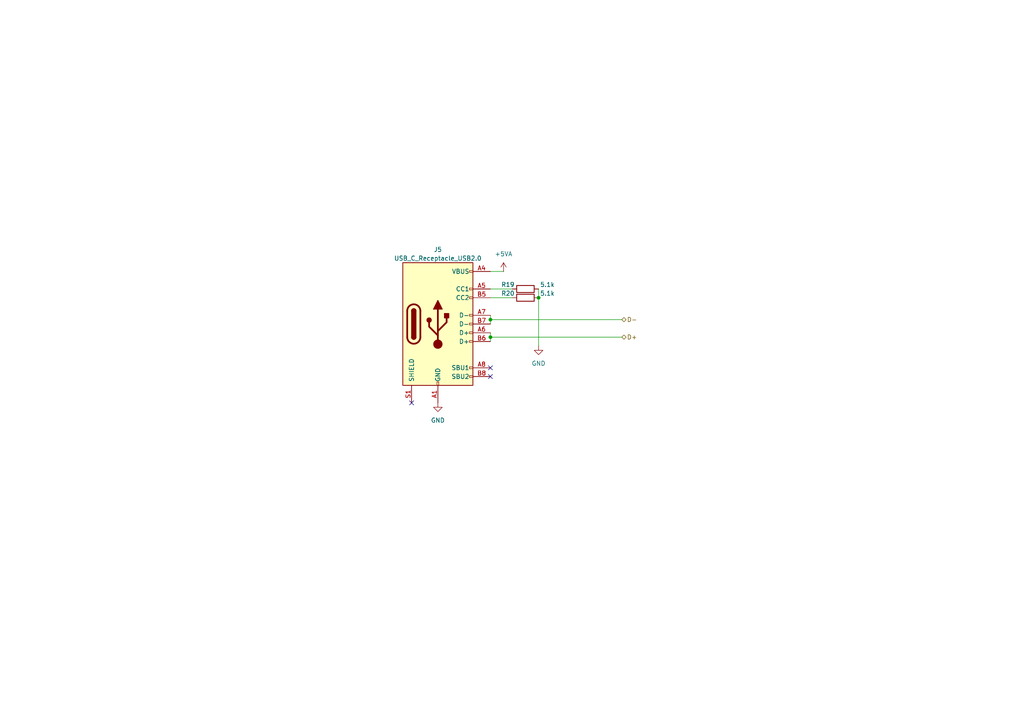
<source format=kicad_sch>
(kicad_sch (version 20231120) (generator "eeschema") (generator_version "8.0")
  (paper "A4")
  (lib_symbols
    (symbol "Connector:USB_C_Receptacle_USB2.0" (pin_names (offset 1.016))
      (property "Reference" "J" (at -10.16 19.05 0))
      (property "Value" "USB_C_Receptacle_USB2.0" (at 19.05 19.05 0))
      (symbol "USB_C_Receptacle_USB2.0_0_0"
        (rectangle (start -0.254 -17.78) (end 0.254 -16.764))
        (rectangle (start 10.16 -14.986) (end 9.144 -15.494))
        (rectangle (start 10.16 -12.446) (end 9.144 -12.954))
        (rectangle (start 10.16 -4.826) (end 9.144 -5.334))
        (rectangle (start 10.16 -2.286) (end 9.144 -2.794))
        (rectangle (start 10.16 0.254) (end 9.144 -0.254))
        (rectangle (start 10.16 2.794) (end 9.144 2.286))
        (rectangle (start 10.16 7.874) (end 9.144 7.366))
        (rectangle (start 10.16 10.414) (end 9.144 9.906))
        (rectangle (start 10.16 15.494) (end 9.144 14.986))
      )
      (symbol "USB_C_Receptacle_USB2.0_0_1"
        (rectangle (start -10.16 17.78) (end 10.16 -17.78) (stroke (width 0.254)) (fill (type background)))
        (arc (start -8.89 -3.81) (mid -6.985 -5.7067) (end -5.08 -3.81) (stroke (width 0.508)))
        (arc (start -7.62 -3.81) (mid -6.985 -4.4423) (end -6.35 -3.81) (stroke (width 0.254)))
        (arc (start -7.62 -3.81) (mid -6.985 -4.4423) (end -6.35 -3.81) (stroke (width 0.254)) (fill (type outline)))
        (rectangle (start -7.62 -3.81) (end -6.35 3.81) (stroke (width 0.254)) (fill (type outline)))
        (arc (start -6.35 3.81) (mid -6.985 4.4423) (end -7.62 3.81) (stroke (width 0.254)))
        (arc (start -6.35 3.81) (mid -6.985 4.4423) (end -7.62 3.81) (stroke (width 0.254)) (fill (type outline)))
        (arc (start -5.08 3.81) (mid -6.985 5.7067) (end -8.89 3.81) (stroke (width 0.508)))
        (circle (center -2.54 1.143) (radius 0.635) (stroke (width 0.254)) (fill (type outline)))
        (circle (center 0 -5.842) (radius 1.27) (fill (type outline)))
        (polyline (pts (xy -8.89 -3.81) (xy -8.89 3.81)) (stroke (width 0.508)))
        (polyline (pts (xy -5.08 3.81) (xy -5.08 -3.81)) (stroke (width 0.508)))
        (polyline (pts (xy 0 -5.842) (xy 0 4.318)) (stroke (width 0.508)))
        (polyline (pts (xy 0 -3.302) (xy -2.54 -0.762) (xy -2.54 0.508)) (stroke (width 0.508)))
        (polyline (pts (xy 0 -2.032) (xy 2.54 0.508) (xy 2.54 1.778)) (stroke (width 0.508)))
        (polyline (pts (xy -1.27 4.318) (xy 0 6.858) (xy 1.27 4.318) (xy -1.27 4.318)) (stroke (width 0.254)) (fill (type outline)))
        (rectangle (start 1.905 1.778) (end 3.175 3.048) (stroke (width 0.254)) (fill (type outline)))
      )
      (symbol "USB_C_Receptacle_USB2.0_1_1"
        (pin passive line (at 0 -22.86 90) (length 5.08) (name "GND") (number "A1"))
        (pin passive line (at 0 -22.86 90) (length 5.08) hide (name "GND") (number "A12"))
        (pin passive line (at 15.24 15.24 180) (length 5.08) (name "VBUS") (number "A4"))
        (pin bidirectional line (at 15.24 10.16 180) (length 5.08) (name "CC1") (number "A5"))
        (pin bidirectional line (at 15.24 -2.54 180) (length 5.08) (name "D+") (number "A6"))
        (pin bidirectional line (at 15.24 2.54 180) (length 5.08) (name "D-") (number "A7"))
        (pin bidirectional line (at 15.24 -12.7 180) (length 5.08) (name "SBU1") (number "A8"))
        (pin passive line (at 15.24 15.24 180) (length 5.08) hide (name "VBUS") (number "A9"))
        (pin passive line (at 0 -22.86 90) (length 5.08) hide (name "GND") (number "B1"))
        (pin passive line (at 0 -22.86 90) (length 5.08) hide (name "GND") (number "B12"))
        (pin passive line (at 15.24 15.24 180) (length 5.08) hide (name "VBUS") (number "B4"))
        (pin bidirectional line (at 15.24 7.62 180) (length 5.08) (name "CC2") (number "B5"))
        (pin bidirectional line (at 15.24 -5.08 180) (length 5.08) (name "D+") (number "B6"))
        (pin bidirectional line (at 15.24 0 180) (length 5.08) (name "D-") (number "B7"))
        (pin bidirectional line (at 15.24 -15.24 180) (length 5.08) (name "SBU2") (number "B8"))
        (pin passive line (at 15.24 15.24 180) (length 5.08) hide (name "VBUS") (number "B9"))
        (pin passive line (at -7.62 -22.86 90) (length 5.08) (name "SHIELD") (number "S1"))
      )
    )
    (symbol "Device:R" (pin_numbers hide) (pin_names (offset 0))
      (property "Reference" "R" (at 2.032 0 90))
      (property "Value" "R" (at 0 0 90))
      (symbol "R_0_1"
        (rectangle (start -1.016 -2.54) (end 1.016 2.54) (stroke (width 0.254)))
      )
      (symbol "R_1_1"
        (pin passive line (at 0 3.81 270) (length 1.27) (name "~") (number "1"))
        (pin passive line (at 0 -3.81 90) (length 1.27) (name "~") (number "2"))
      )
    )
    (symbol "power:+5VA" (power) (pin_numbers hide) (pin_names (offset 0) hide)
      (property "Value" "+5VA" (at 0 3.556 0))
      (symbol "+5VA_0_1"
        (polyline (pts (xy -0.762 1.27) (xy 0 2.54)))
        (polyline (pts (xy 0 0) (xy 0 2.54)))
        (polyline (pts (xy 0 2.54) (xy 0.762 1.27)))
      )
      (symbol "+5VA_1_1"
        (pin power_in line (at 0 0 90) (length 0) (name "~") (number "1"))
      )
    )
    (symbol "power:GND" (power) (pin_names (offset 0))
      (property "Value" "GND" (at 0 -3.81 0))
      (symbol "GND_0_1"
        (polyline (pts (xy 0 0) (xy 0 -1.27) (xy 1.27 -1.27) (xy 0 -2.54) (xy -1.27 -1.27) (xy 0 -1.27)))
      )
      (symbol "GND_1_1"
        (pin power_in line (at 0 0 270) (length 0) hide (name "GND") (number "1"))
      )
    )
  )
  (junction (at 142.24 92.71))
  (junction (at 142.24 97.79))
  (junction (at 156.21 86.36))
  (no_connect (at 119.38 116.84))
  (no_connect (at 142.24 106.68))
  (no_connect (at 142.24 109.22))
  (wire (pts (xy 142.24 91.44) (xy 142.24 92.71)))
  (wire (pts (xy 142.24 86.36) (xy 148.59 86.36)))
  (wire (pts (xy 146.05 78.74) (xy 142.24 78.74)))
  (wire (pts (xy 142.24 92.71) (xy 142.24 93.98)))
  (wire (pts (xy 142.24 92.71) (xy 180.34 92.71)))
  (wire (pts (xy 142.24 96.52) (xy 142.24 97.79)))
  (wire (pts (xy 142.24 97.79) (xy 180.34 97.79)))
  (wire (pts (xy 142.24 97.79) (xy 142.24 99.06)))
  (wire (pts (xy 156.21 83.82) (xy 156.21 86.36)))
  (wire (pts (xy 156.21 86.36) (xy 156.21 100.33)))
  (wire (pts (xy 142.24 83.82) (xy 148.59 83.82)))
  (hierarchical_label "D-" (shape bidirectional) (at 180.34 92.71 0))
  (hierarchical_label "D+" (shape bidirectional) (at 180.34 97.79 0))
  (symbol (lib_id "power:+5VA") (at 146.05 78.74 0) (unit 1)
    (property "Reference" "#PWR052" (effects (hide yes)))
    (property "Value" "+5VA" (at 146.05 73.66 0))
    (property "Description" "Power symbol creates a global label with name \"+5VA\"" (effects (hide yes)))
    (instances (project "よしはる" (path "" (reference "#PWR052") (unit 1)) (path "" (reference "#PWR060") (unit 1))))
  )
  (symbol (lib_id "Connector:USB_C_Receptacle_USB2.0") (at 127 93.98 0) (unit 1)
    (property "Reference" "J5" (at 127 72.39 0))
    (property "Value" "USB_C_Receptacle_USB2.0" (at 127 74.93 0))
    (property "Footprint" "Connector_USB:USB_C_Receptacle_GCT_USB4105-xx-A_16P_TopMnt_Horizontal" (effects (hide yes)))
    (property "Datasheet" "https://www.usb.org/sites/default/files/documents/usb_type-c.zip" (effects (hide yes)))
    (instances (project "よしはる" (path "" (reference "J5") (unit 1)) (path "" (reference "J6") (unit 1))))
  )
  (symbol (lib_id "power:GND") (at 156.21 100.33 0) (unit 1)
    (property "Reference" "#PWR053" (effects (hide yes)))
    (property "Value" "GND" (at 156.21 105.41 0))
    (instances (project "よしはる" (path "" (reference "#PWR053") (unit 1)) (path "" (reference "#PWR061") (unit 1))))
  )
  (symbol (lib_id "power:GND") (at 127 116.84 0) (unit 1)
    (property "Reference" "#PWR051" (effects (hide yes)))
    (property "Value" "GND" (at 127 121.92 0))
    (instances (project "よしはる" (path "" (reference "#PWR051") (unit 1)) (path "" (reference "#PWR059") (unit 1))))
  )
  (symbol (lib_id "Device:R") (at 152.4 86.36 90) (unit 1)
    (property "Reference" "R20" (at 147.32 85.09 90))
    (property "Value" "5.1k" (at 158.75 85.09 90))
    (property "Footprint" "Resistor_SMD:R_0603_1608Metric_Pad0.98x0.95mm_HandSolder" (effects (hide yes)))
    (instances (project "よしはる" (path "" (reference "R20") (unit 1)) (path "" (reference "R23") (unit 1))))
  )
  (symbol (lib_id "Device:R") (at 152.4 83.82 90) (unit 1)
    (property "Reference" "R19" (at 147.32 82.55 90))
    (property "Value" "5.1k" (at 158.75 82.55 90))
    (property "Footprint" "Resistor_SMD:R_0603_1608Metric_Pad0.98x0.95mm_HandSolder" (effects (hide yes)))
    (instances (project "よしはる" (path "" (reference "R19") (unit 1)) (path "" (reference "R22") (unit 1))))
  )
)
</source>
